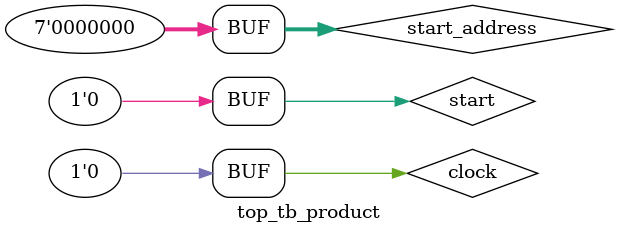
<source format=sv>


module top_tb_product;
	
	// inputs
	logic 		start;
	logic [6:0] start_address;
	logic 		clock;
	
	// output
	logic done;
	
	// instantiate unit under test
	top uut (
		start,
		start_address,
		clock,
		done
	);
	
	initial begin
		#100ns;
		start = 1;
		start_address = 7'b0;
		#15ns start = 0;
	end
	
	always begin
		#10ns clock = 1;
		#10ns clock = 0;
	end
	
endmodule

</source>
